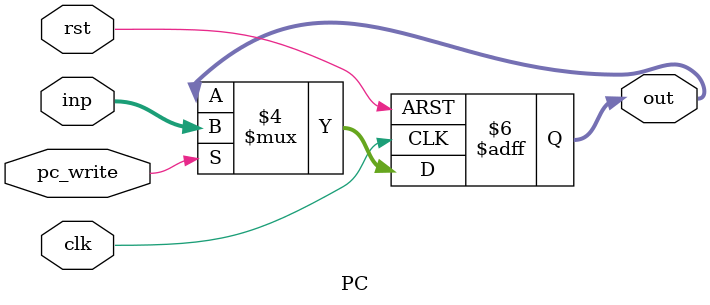
<source format=sv>
module PC(input clk, rst, pc_write, input [31:0] inp, output logic[31:0] out);
	initial out = 32'b0;
	always @(posedge clk, posedge rst) begin
		if (rst) out <= 32'b0;
		else if (pc_write == 1) out <= inp;
	end
endmodule

</source>
